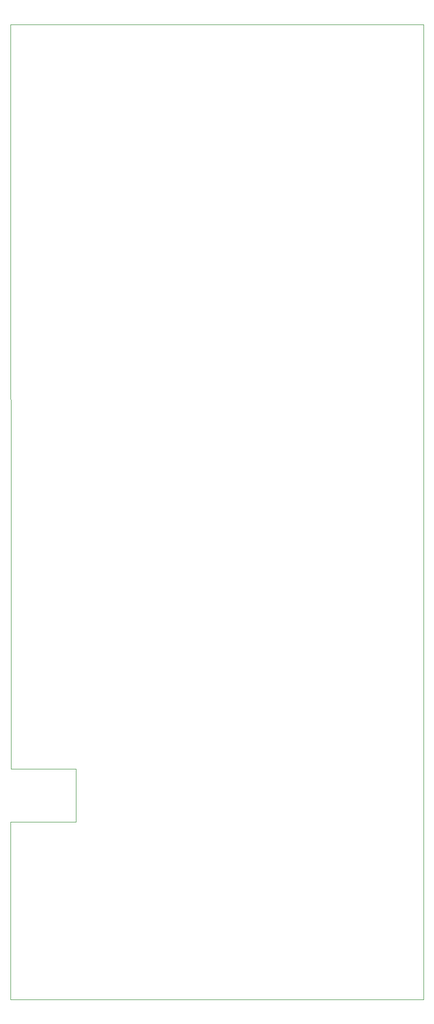
<source format=gm1>
G04 #@! TF.GenerationSoftware,KiCad,Pcbnew,6.0.1-79c1e3a40b~116~ubuntu20.04.1*
G04 #@! TF.CreationDate,2022-01-29T19:42:52-05:00*
G04 #@! TF.ProjectId,attenuverters_front,61747465-6e75-4766-9572-746572735f66,rev?*
G04 #@! TF.SameCoordinates,Original*
G04 #@! TF.FileFunction,Profile,NP*
%FSLAX46Y46*%
G04 Gerber Fmt 4.6, Leading zero omitted, Abs format (unit mm)*
G04 Created by KiCad (PCBNEW 6.0.1-79c1e3a40b~116~ubuntu20.04.1) date 2022-01-29 19:42:52*
%MOMM*%
%LPD*%
G01*
G04 APERTURE LIST*
G04 #@! TA.AperFunction,Profile*
%ADD10C,0.100000*%
G04 #@! TD*
G04 APERTURE END LIST*
D10*
X114999000Y-152500000D02*
X126079000Y-152499000D01*
X114999617Y-182500923D02*
X114999000Y-152500000D01*
X185000471Y-17499118D02*
X185000881Y-182500471D01*
X115079004Y-143500098D02*
X114999117Y-17499528D01*
X114999117Y-17499528D02*
X185000471Y-17499118D01*
X126079000Y-152499000D02*
X126079000Y-143501000D01*
X185000881Y-182500471D02*
X114999617Y-182500923D01*
X126079000Y-143501000D02*
X115079004Y-143500098D01*
M02*

</source>
